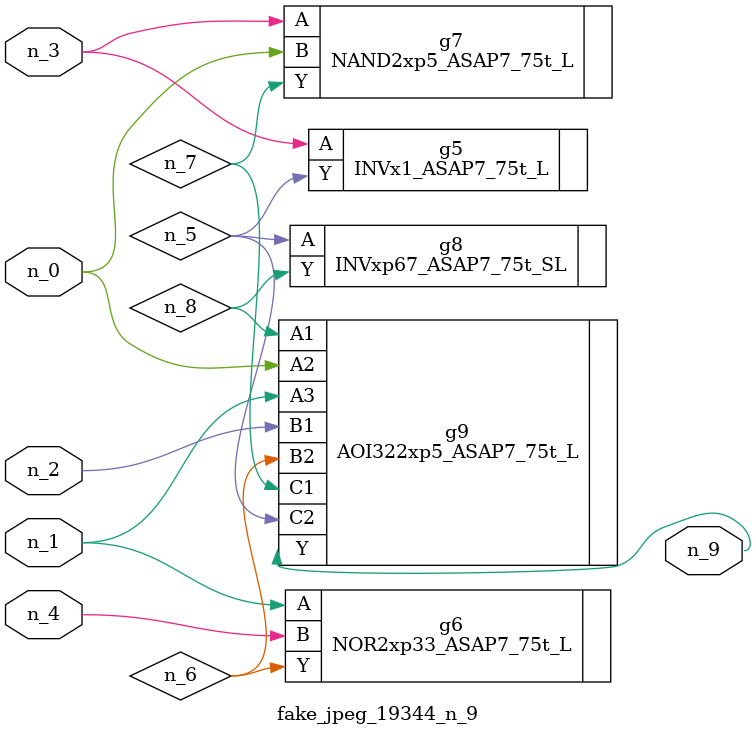
<source format=v>
module fake_jpeg_19344_n_9 (n_3, n_2, n_1, n_0, n_4, n_9);

input n_3;
input n_2;
input n_1;
input n_0;
input n_4;

output n_9;

wire n_8;
wire n_6;
wire n_5;
wire n_7;

INVx1_ASAP7_75t_L g5 ( 
.A(n_3),
.Y(n_5)
);

NOR2xp33_ASAP7_75t_L g6 ( 
.A(n_1),
.B(n_4),
.Y(n_6)
);

NAND2xp5_ASAP7_75t_L g7 ( 
.A(n_3),
.B(n_0),
.Y(n_7)
);

INVxp67_ASAP7_75t_SL g8 ( 
.A(n_5),
.Y(n_8)
);

AOI322xp5_ASAP7_75t_L g9 ( 
.A1(n_8),
.A2(n_0),
.A3(n_1),
.B1(n_2),
.B2(n_6),
.C1(n_7),
.C2(n_5),
.Y(n_9)
);


endmodule
</source>
